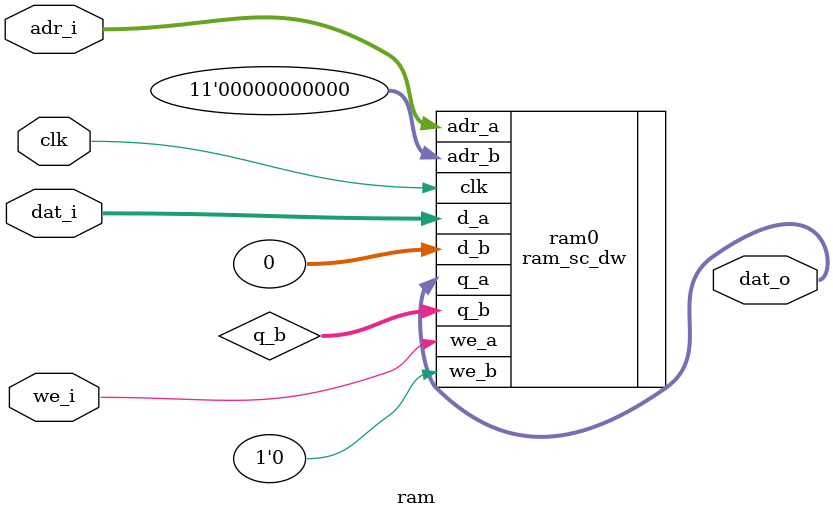
<source format=v>
module ram (dat_i, dat_o, adr_i, we_i, clk );

   parameter dat_width = 32;
   parameter adr_width = 11;
   parameter mem_size  = 2048;
   
   input [dat_width-1:0]      dat_i;
   input [adr_width-1:0]      adr_i;
   input 		      we_i;
   output [dat_width-1:0]     dat_o;
   input 		      clk;   

   wire [dat_width-1:0]       q_b;
   
   ram_sc_dw
     /*
     #
     (
      .dat_width(dat_width),
      .adr_width(adr_width),
      .mem_size(mem_size)
      )
      */
     ram0
     (
      .d_a(dat_i),
      .q_a(dat_o),
      .adr_a(adr_i),
      .we_a(we_i),
      .q_b(q_b),
      .adr_b({adr_width{1'b0}}),
      .d_b({dat_width{1'b0}}),
      .we_b(1'b0),
      .clk(clk)
      );

endmodule // ram

</source>
